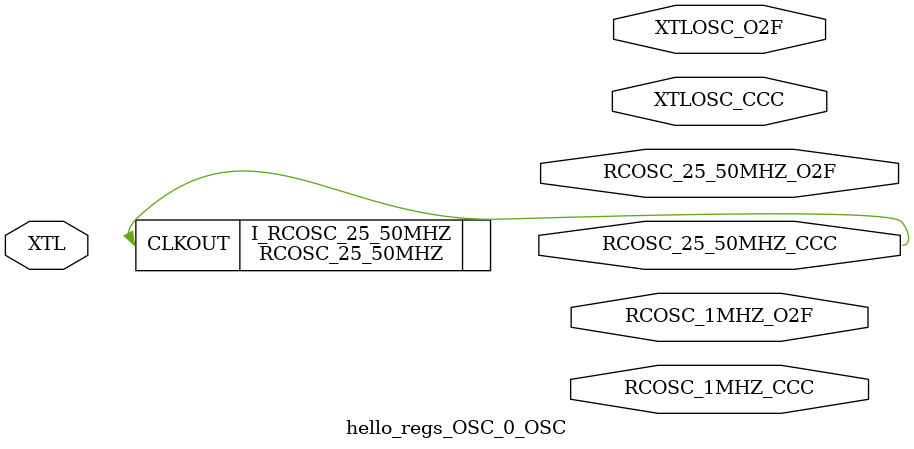
<source format=v>
`timescale 1 ns/100 ps


module hello_regs_OSC_0_OSC(
       XTL,
       RCOSC_25_50MHZ_CCC,
       RCOSC_25_50MHZ_O2F,
       RCOSC_1MHZ_CCC,
       RCOSC_1MHZ_O2F,
       XTLOSC_CCC,
       XTLOSC_O2F
    );
input  XTL;
output RCOSC_25_50MHZ_CCC;
output RCOSC_25_50MHZ_O2F;
output RCOSC_1MHZ_CCC;
output RCOSC_1MHZ_O2F;
output XTLOSC_CCC;
output XTLOSC_O2F;

    
    RCOSC_25_50MHZ #( .FREQUENCY(50.0) )  I_RCOSC_25_50MHZ (.CLKOUT(
        RCOSC_25_50MHZ_CCC));
    
endmodule

</source>
